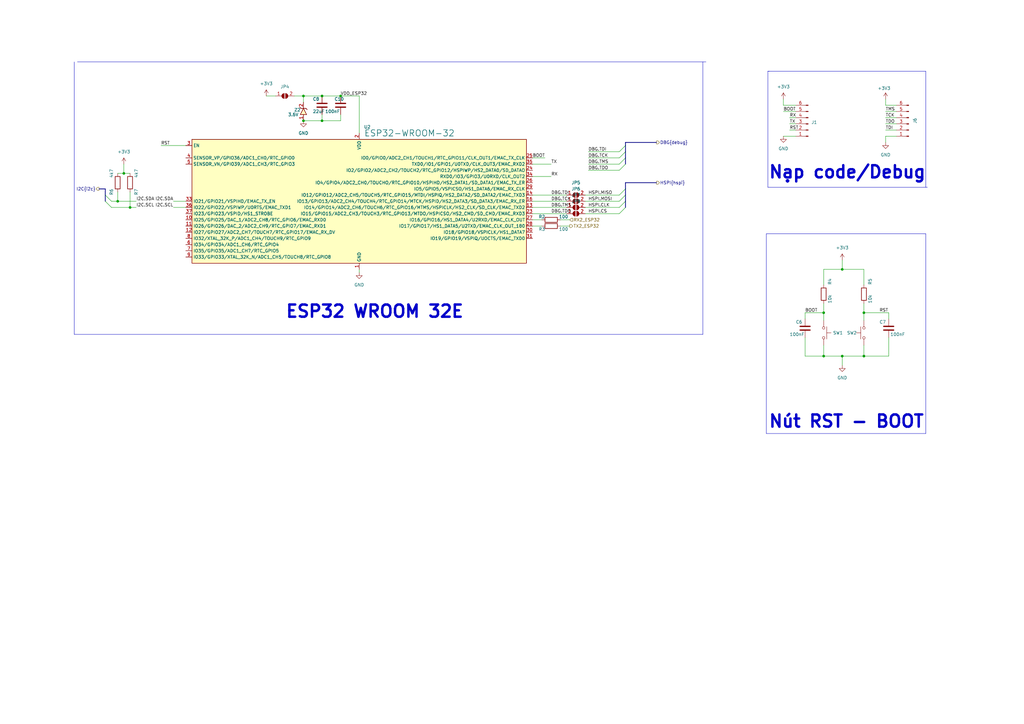
<source format=kicad_sch>
(kicad_sch (version 20230121) (generator eeschema)
  (paper "A3")
  (lib_symbols
    (symbol "Connector:Conn_01x06_Male" (pin_names (offset 1.016) hide)
      (property "Reference" "J" (at 0 7.62 0))
      (property "Value" "Conn_01x06_Male" (at 0 -10.16 0))
      (symbol "Conn_01x06_Male_1_1"
        (polyline (pts (xy 1.27 -7.62) (xy 0.8636 -7.62)) (stroke (width 0.1524)))
        (polyline (pts (xy 1.27 -5.08) (xy 0.8636 -5.08)) (stroke (width 0.1524)))
        (polyline (pts (xy 1.27 -2.54) (xy 0.8636 -2.54)) (stroke (width 0.1524)))
        (polyline (pts (xy 1.27 0) (xy 0.8636 0)) (stroke (width 0.1524)))
        (polyline (pts (xy 1.27 2.54) (xy 0.8636 2.54)) (stroke (width 0.1524)))
        (polyline (pts (xy 1.27 5.08) (xy 0.8636 5.08)) (stroke (width 0.1524)))
        (rectangle (start 0.8636 -7.493) (end 0 -7.747) (stroke (width 0.1524)) (fill (type outline)))
        (rectangle (start 0.8636 -4.953) (end 0 -5.207) (stroke (width 0.1524)) (fill (type outline)))
        (rectangle (start 0.8636 -2.413) (end 0 -2.667) (stroke (width 0.1524)) (fill (type outline)))
        (rectangle (start 0.8636 0.127) (end 0 -0.127) (stroke (width 0.1524)) (fill (type outline)))
        (rectangle (start 0.8636 2.667) (end 0 2.413) (stroke (width 0.1524)) (fill (type outline)))
        (rectangle (start 0.8636 5.207) (end 0 4.953) (stroke (width 0.1524)) (fill (type outline)))
        (pin passive line (at 5.08 5.08 180) (length 3.81) (name "Pin_1") (number "1"))
        (pin passive line (at 5.08 2.54 180) (length 3.81) (name "Pin_2") (number "2"))
        (pin passive line (at 5.08 0 180) (length 3.81) (name "Pin_3") (number "3"))
        (pin passive line (at 5.08 -2.54 180) (length 3.81) (name "Pin_4") (number "4"))
        (pin passive line (at 5.08 -5.08 180) (length 3.81) (name "Pin_5") (number "5"))
        (pin passive line (at 5.08 -7.62 180) (length 3.81) (name "Pin_6") (number "6"))
      )
    )
    (symbol "Device:C" (pin_numbers hide) (pin_names (offset 0.254))
      (property "Reference" "C" (at 0.635 2.54 0))
      (property "Value" "C" (at 0.635 -2.54 0))
      (symbol "C_0_1"
        (polyline (pts (xy -2.032 -0.762) (xy 2.032 -0.762)) (stroke (width 0.508)))
        (polyline (pts (xy -2.032 0.762) (xy 2.032 0.762)) (stroke (width 0.508)))
      )
      (symbol "C_1_1"
        (pin passive line (at 0 3.81 270) (length 2.794) (name "~") (number "1"))
        (pin passive line (at 0 -3.81 90) (length 2.794) (name "~") (number "2"))
      )
    )
    (symbol "Device:R" (pin_numbers hide) (pin_names (offset 0))
      (property "Reference" "R" (at 2.032 0 90))
      (property "Value" "R" (at 0 0 90))
      (symbol "R_0_1"
        (rectangle (start -1.016 -2.54) (end 1.016 2.54) (stroke (width 0.254)))
      )
      (symbol "R_1_1"
        (pin passive line (at 0 3.81 270) (length 1.27) (name "~") (number "1"))
        (pin passive line (at 0 -3.81 90) (length 1.27) (name "~") (number "2"))
      )
    )
    (symbol "IVS_SYMBOLS:D_Zener"
      (property "Reference" "Z" (at 0 3.81 0))
      (property "Value" "D_Zener" (at 0 -3.302 0))
      (symbol "D_Zener_0_1"
        (polyline (pts (xy 0 -1.016) (xy -0.508 -1.524)) (stroke (width 0.254)))
        (polyline (pts (xy 0 1.016) (xy 0 -1.016)) (stroke (width 0.254)))
        (polyline (pts (xy 0 1.016) (xy 0.508 1.524)) (stroke (width 0.254)))
        (polyline (pts (xy 2.54 1.27) (xy 2.54 -1.27) (xy 0 0) (xy 2.54 1.27)) (stroke (width 0.254)) (fill (type background)))
      )
      (symbol "D_Zener_1_1"
        (pin passive line (at 5.08 0 180) (length 2.54) (name "") (number "1"))
        (pin passive line (at -2.54 0 0) (length 2.54) (name "") (number "2"))
      )
    )
    (symbol "IVS_SYMBOLS:ESP32-WROOM-32"
      (property "Reference" "U" (at -68.58 36.83 0))
      (property "Value" "ESP32-WROOM-32" (at 31.75 38.1 0))
      (symbol "ESP32-WROOM-32_0_1"
        (rectangle (start -68.58 35.56) (end 68.58 -15.24) (stroke (width 0.254)) (fill (type background)))
      )
      (symbol "ESP32-WROOM-32_1_1"
        (pin power_in line (at 0 -17.78 90) (length 2.54) (name "GND") (number "1"))
        (pin bidirectional line (at -71.12 2.54 0) (length 2.54) (name "IO25/GPIO25/DAC_1/ADC2_CH8/RTC_GPIO6/EMAC_RXD0") (number "10"))
        (pin bidirectional line (at -71.12 0 0) (length 2.54) (name "IO26/GPIO26/DAC_2/ADC2_CH9/RTC_GPIO7/EMAC_RXD1") (number "11"))
        (pin bidirectional line (at -71.12 -2.54 0) (length 2.54) (name "IO27/GPIO27/ADC2_CH7/TOUCH7/RTC_GPIO17/EMAC_RX_DV") (number "12"))
        (pin bidirectional line (at 71.12 7.62 180) (length 2.54) (name "IO14/GPIO14/ADC2_CH6/TOUCH6/RTC_GPIO16/MTMS/HSPICLK/HS2_CLK/SD_CLK/EMAC_TXD2") (number "13"))
        (pin bidirectional line (at 71.12 12.7 180) (length 2.54) (name "IO12/GPIO12/ADC2_CH5/TOUCH5/RTC_GPIO15/MTDI/HSPIQ/HS2_DATA2/SD_DATA2/EMAC_TXD3") (number "14"))
        (pin passive line (at 0 -17.78 90) (length 2.54) hide (name "GND") (number "15"))
        (pin bidirectional line (at 71.12 10.16 180) (length 2.54) (name "IO13/GPIO13/ADC2_CH4/TOUCH4/RTC_GPIO14/MTCK/HSPID/HS2_DATA3/SD_DATA3/EMAC_RX_ER") (number "16"))
        (pin power_in line (at 0 38.1 270) (length 2.54) (name "VDD") (number "2"))
        (pin bidirectional line (at 71.12 5.08 180) (length 2.54) (name "IO15/GPIO15/ADC2_CH3/TOUCH3/RTC_GPIO13/MTDO/HSPICSO/HS2_CMD/SD_CMD/EMAC_RXD3") (number "23"))
        (pin bidirectional line (at 71.12 22.86 180) (length 2.54) (name "IO2/GPIO2/ADC2_CH2/TOUCH2/RTC_GPIO12/HSPIWP/HS2_DATA0/SD_DATAO") (number "24"))
        (pin bidirectional line (at 71.12 27.94 180) (length 2.54) (name "IO0/GPIO0/ADC2_CH1/TOUCH1/RTC_GPIO11/CLK_OUT1/EMAC_TX_CLK") (number "25"))
        (pin bidirectional line (at 71.12 17.78 180) (length 2.54) (name "IO4/GPIO4/ADC2_CH0/TOUCHO/RTC_GPIO10/HSPIHD/HS2_DATA1/SD_DATA1/EMAC_TX_ER") (number "26"))
        (pin bidirectional line (at 71.12 2.54 180) (length 2.54) (name "IO16/GPIO16/HS1_DATA4/U2RXD/EMAC_CLK_OUT") (number "27"))
        (pin bidirectional line (at 71.12 0 180) (length 2.54) (name "IO17/GPIO17/HS1_DATA5/U2TXD/EMAC_CLK_OUT_180") (number "28"))
        (pin bidirectional line (at 71.12 15.24 180) (length 2.54) (name "IO5/GPIO5/VSPICSO/HS1_DATA6/EMAC_RX_CLK") (number "29"))
        (pin input line (at -71.12 33.02 0) (length 2.54) (name "EN") (number "3"))
        (pin bidirectional line (at 71.12 -2.54 180) (length 2.54) (name "IO18/GPIO18/VSPICLK/HS1_DATA7") (number "30"))
        (pin bidirectional line (at 71.12 -5.08 180) (length 2.54) (name "IO19/GPIO19/VSPIQ/UOCTS/EMAC_TXD0") (number "31"))
        (pin no_connect line (at -71.12 -20.32 0) (length 2.54) hide (name "NC") (number "32"))
        (pin bidirectional line (at -71.12 10.16 0) (length 2.54) (name "IO21/GPIO21/VSPIHD/EMAC_TX_EN") (number "33"))
        (pin bidirectional line (at 71.12 20.32 180) (length 2.54) (name "RXD0/IO3/GPIO3/U0RXD/CLK_OUT2") (number "34"))
        (pin bidirectional line (at 71.12 25.4 180) (length 2.54) (name "TXD0/IO1/GPIO1/U0TXD/CLK_OUT3/EMAC_RXD2") (number "35"))
        (pin bidirectional line (at -71.12 7.62 0) (length 2.54) (name "IO22/GPIO22/VSPIWP/U0RTS/EMAC_TXD1") (number "36"))
        (pin bidirectional line (at -71.12 5.08 0) (length 2.54) (name "IO23/GPIO23/VSPID/HS1_STROBE") (number "37"))
        (pin passive line (at 0 -17.78 90) (length 2.54) hide (name "GND") (number "38"))
        (pin passive line (at 0 -17.78 90) (length 2.54) hide (name "GND") (number "39"))
        (pin input line (at -71.12 27.94 0) (length 2.54) (name "SENSOR_VP/GPIO36/ADC1_CH0/RTC_GPIO0") (number "4"))
        (pin input line (at -71.12 25.4 0) (length 2.54) (name "SENSOR_VN/GPIO39/ADC1_CH3/RTC_GPIO3") (number "5"))
        (pin input line (at -71.12 -7.62 0) (length 2.54) (name "IO34/GPIO34/ADC1_CH6/RTC_GPIO4") (number "6"))
        (pin input line (at -71.12 -10.16 0) (length 2.54) (name "IO35/GPIO35/ADC1_CH7/RTC_GPIO5") (number "7"))
        (pin bidirectional line (at -71.12 -5.08 0) (length 2.54) (name "IO32/XTAL_32K_P/ADC1_CH4/TOUCH9/RTC_GPIO9") (number "8"))
        (pin bidirectional line (at -71.12 -12.7 0) (length 2.54) (name "IO33/GPIO33/XTAL_32K_N/ADC1_CH5/TOUCH8/RTC_GPIO8") (number "9"))
      )
    )
    (symbol "Jumper:SolderJumper_2_Open" (pin_names (offset 0) hide)
      (property "Reference" "JP" (at 0 2.032 0))
      (property "Value" "SolderJumper_2_Open" (at 0 -2.54 0))
      (symbol "SolderJumper_2_Open_0_1"
        (arc (start -0.254 1.016) (mid -1.2656 0) (end -0.254 -1.016))
        (arc (start -0.254 1.016) (mid -1.2656 0) (end -0.254 -1.016) (fill (type outline)))
        (polyline (pts (xy -0.254 1.016) (xy -0.254 -1.016)))
        (polyline (pts (xy 0.254 1.016) (xy 0.254 -1.016)))
        (arc (start 0.254 -1.016) (mid 1.2656 0) (end 0.254 1.016))
        (arc (start 0.254 -1.016) (mid 1.2656 0) (end 0.254 1.016) (fill (type outline)))
      )
      (symbol "SolderJumper_2_Open_1_1"
        (pin passive line (at -3.81 0 0) (length 2.54) (name "A") (number "1"))
        (pin passive line (at 3.81 0 180) (length 2.54) (name "B") (number "2"))
      )
    )
    (symbol "Switch:SW_Push" (pin_numbers hide) (pin_names (offset 1.016) hide)
      (property "Reference" "SW" (at 1.27 2.54 0))
      (property "Value" "SW_Push" (at 0 -1.524 0))
      (symbol "SW_Push_0_1"
        (circle (center -2.032 0) (radius 0.508))
        (polyline (pts (xy 0 1.27) (xy 0 3.048)))
        (polyline (pts (xy 2.54 1.27) (xy -2.54 1.27)))
        (circle (center 2.032 0) (radius 0.508))
        (pin passive line (at -5.08 0 0) (length 2.54) (name "1") (number "1"))
        (pin passive line (at 5.08 0 180) (length 2.54) (name "2") (number "2"))
      )
    )
    (symbol "power:+3V3" (power) (pin_names (offset 0))
      (property "Value" "+3V3" (at 0 3.556 0))
      (symbol "+3V3_0_1"
        (polyline (pts (xy -0.762 1.27) (xy 0 2.54)))
        (polyline (pts (xy 0 0) (xy 0 2.54)))
        (polyline (pts (xy 0 2.54) (xy 0.762 1.27)))
      )
      (symbol "+3V3_1_1"
        (pin power_in line (at 0 0 90) (length 0) hide (name "+3V3") (number "1"))
      )
    )
    (symbol "power:GND" (power) (pin_names (offset 0))
      (property "Value" "GND" (at 0 -3.81 0))
      (symbol "GND_0_1"
        (polyline (pts (xy 0 0) (xy 0 -1.27) (xy 1.27 -1.27) (xy 0 -2.54) (xy -1.27 -1.27) (xy 0 -1.27)))
      )
      (symbol "GND_1_1"
        (pin power_in line (at 0 0 270) (length 0) hide (name "GND") (number "1"))
      )
    )
  )
  (bus_alias "I2C" (members "SCL" "SDA"))
  (bus_alias "ESP_SPI" (members "CS0" "CLK" "MOSI" "MISO"))
  (bus_alias "button" (members "s1" "s2" "s3" "s4"))
  (bus_alias "UART" (members "TX" "RX"))
  (junction (at 50.8 71.12))
  (junction (at 337.82 146.05))
  (junction (at 48.26 82.55))
  (junction (at 354.33 128.27))
  (junction (at 124.46 39.37))
  (junction (at 53.34 85.09))
  (junction (at 132.08 49.53))
  (junction (at 337.82 128.27))
  (junction (at 139.7 39.37))
  (junction (at 124.46 49.53))
  (junction (at 132.08 39.37))
  (junction (at 345.44 146.05))
  (junction (at 345.44 110.49))
  (junction (at 354.33 146.05))
  (bus_entry (at 254 64.77) (size 2.54 -2.54))
  (bus_entry (at 45.72 85.09) (size -2.54 -2.54))
  (bus_entry (at 254 80.01) (size 2.54 -2.54))
  (bus_entry (at 254 62.23) (size 2.54 -2.54))
  (bus_entry (at 254 85.09) (size 2.54 -2.54))
  (bus_entry (at 254 69.85) (size 2.54 -2.54))
  (bus_entry (at 254 67.31) (size 2.54 -2.54))
  (bus_entry (at 254 87.63) (size 2.54 -2.54))
  (bus_entry (at 45.72 82.55) (size -2.54 -2.54))
  (bus_entry (at 254 82.55) (size 2.54 -2.54))
  (polyline (pts (xy 288.29 25.4) (xy 288.29 137.16)))
  (wire (pts (xy 120.65 39.37) (xy 124.46 39.37)))
  (wire (pts (xy 109.22 39.37) (xy 113.03 39.37)))
  (wire (pts (xy 218.44 87.63) (xy 232.41 87.63)))
  (bus (pts (xy 40.64 77.47) (xy 43.18 77.47)))
  (wire (pts (xy 132.08 46.99) (xy 132.08 49.53)))
  (bus (pts (xy 43.18 82.55) (xy 43.18 80.01)))
  (wire (pts (xy 229.87 90.17) (xy 233.68 90.17)))
  (wire (pts (xy 363.22 48.26) (xy 367.665 48.26)))
  (polyline (pts (xy 30.48 137.16) (xy 288.29 137.16)))
  (polyline (pts (xy 289.56 25.4) (xy 31.75 25.4)))
  (wire (pts (xy 45.72 85.09) (xy 53.34 85.09)))
  (wire (pts (xy 241.3 64.77) (xy 254 64.77)))
  (wire (pts (xy 330.2 138.43) (xy 330.2 146.05)))
  (wire (pts (xy 53.34 85.09) (xy 55.88 85.09)))
  (wire (pts (xy 330.2 128.27) (xy 330.2 130.81)))
  (wire (pts (xy 354.33 146.05) (xy 364.49 146.05)))
  (wire (pts (xy 367.665 45.72) (xy 363.22 45.72)))
  (wire (pts (xy 50.8 71.12) (xy 53.34 71.12)))
  (wire (pts (xy 48.26 71.12) (xy 50.8 71.12)))
  (wire (pts (xy 240.03 85.09) (xy 254 85.09)))
  (polyline (pts (xy 314.325 95.885) (xy 314.325 177.8)))
  (wire (pts (xy 364.49 130.81) (xy 364.49 128.27)))
  (wire (pts (xy 139.7 39.37) (xy 132.08 39.37)))
  (bus (pts (xy 256.54 77.47) (xy 256.54 74.93)))
  (wire (pts (xy 226.06 72.39) (xy 218.44 72.39)))
  (bus (pts (xy 256.54 74.93) (xy 269.24 74.93)))
  (wire (pts (xy 354.33 110.49) (xy 345.44 110.49)))
  (wire (pts (xy 330.2 146.05) (xy 337.82 146.05)))
  (wire (pts (xy 321.31 43.18) (xy 326.39 43.18)))
  (polyline (pts (xy 379.73 95.885) (xy 379.73 177.8)))
  (wire (pts (xy 45.72 82.55) (xy 48.26 82.55)))
  (wire (pts (xy 337.82 128.27) (xy 337.82 131.445)))
  (wire (pts (xy 364.49 138.43) (xy 364.49 146.05)))
  (wire (pts (xy 124.46 49.53) (xy 132.08 49.53)))
  (wire (pts (xy 241.3 67.31) (xy 254 67.31)))
  (wire (pts (xy 363.22 40.64) (xy 363.22 43.18)))
  (wire (pts (xy 48.26 78.74) (xy 48.26 82.55)))
  (wire (pts (xy 241.3 69.85) (xy 254 69.85)))
  (wire (pts (xy 218.44 82.55) (xy 232.41 82.55)))
  (wire (pts (xy 240.03 87.63) (xy 254 87.63)))
  (wire (pts (xy 139.7 49.53) (xy 139.7 46.99)))
  (wire (pts (xy 147.32 39.37) (xy 147.32 54.61)))
  (polyline (pts (xy 314.325 177.8) (xy 379.73 177.8)))
  (wire (pts (xy 226.06 67.31) (xy 218.44 67.31)))
  (wire (pts (xy 321.31 40.64) (xy 321.31 43.18)))
  (wire (pts (xy 326.39 53.34) (xy 323.85 53.34)))
  (wire (pts (xy 326.39 48.26) (xy 323.85 48.26)))
  (bus (pts (xy 256.54 80.01) (xy 256.54 77.47)))
  (bus (pts (xy 256.54 59.69) (xy 256.54 58.42)))
  (bus (pts (xy 43.18 80.01) (xy 43.18 77.47)))
  (wire (pts (xy 363.22 55.88) (xy 363.22 58.42)))
  (wire (pts (xy 132.08 49.53) (xy 139.7 49.53)))
  (wire (pts (xy 345.44 106.68) (xy 345.44 110.49)))
  (wire (pts (xy 345.44 146.05) (xy 354.33 146.05)))
  (bus (pts (xy 256.54 64.77) (xy 256.54 62.23)))
  (wire (pts (xy 326.39 55.88) (xy 321.31 55.88)))
  (polyline (pts (xy 314.96 29.21) (xy 314.96 76.835)))
  (polyline (pts (xy 380.365 76.835) (xy 314.96 76.835)))
  (wire (pts (xy 354.33 128.27) (xy 354.33 131.445)))
  (wire (pts (xy 218.44 85.09) (xy 232.41 85.09)))
  (polyline (pts (xy 314.96 29.21) (xy 315.595 29.21)))
  (wire (pts (xy 354.33 141.605) (xy 354.33 146.05)))
  (wire (pts (xy 147.32 110.49) (xy 147.32 111.76)))
  (wire (pts (xy 71.12 82.55) (xy 76.2 82.55)))
  (wire (pts (xy 337.82 124.46) (xy 337.82 128.27)))
  (wire (pts (xy 337.82 141.605) (xy 337.82 146.05)))
  (wire (pts (xy 363.22 53.34) (xy 367.665 53.34)))
  (wire (pts (xy 124.46 41.91) (xy 124.46 39.37)))
  (wire (pts (xy 330.2 128.27) (xy 337.82 128.27)))
  (wire (pts (xy 240.03 80.01) (xy 254 80.01)))
  (wire (pts (xy 139.7 39.37) (xy 147.32 39.37)))
  (polyline (pts (xy 314.325 95.885) (xy 379.73 95.885)))
  (bus (pts (xy 256.54 82.55) (xy 256.54 80.01)))
  (wire (pts (xy 218.44 80.01) (xy 232.41 80.01)))
  (polyline (pts (xy 379.73 29.21) (xy 379.73 76.835)))
  (wire (pts (xy 367.665 43.18) (xy 363.22 43.18)))
  (wire (pts (xy 223.52 64.77) (xy 218.44 64.77)))
  (wire (pts (xy 50.8 67.31) (xy 50.8 71.12)))
  (polyline (pts (xy 30.48 25.4) (xy 30.48 137.16)))
  (wire (pts (xy 354.33 116.84) (xy 354.33 110.49)))
  (wire (pts (xy 240.03 82.55) (xy 254 82.55)))
  (wire (pts (xy 326.39 45.72) (xy 321.31 45.72)))
  (wire (pts (xy 363.22 55.88) (xy 367.665 55.88)))
  (wire (pts (xy 71.12 85.09) (xy 76.2 85.09)))
  (wire (pts (xy 53.34 78.74) (xy 53.34 85.09)))
  (wire (pts (xy 354.33 128.27) (xy 364.49 128.27)))
  (wire (pts (xy 354.33 124.46) (xy 354.33 128.27)))
  (wire (pts (xy 48.26 82.55) (xy 55.88 82.55)))
  (wire (pts (xy 218.44 90.17) (xy 222.25 90.17)))
  (wire (pts (xy 241.3 62.23) (xy 254 62.23)))
  (polyline (pts (xy 314.96 29.21) (xy 379.73 29.21)))
  (wire (pts (xy 337.82 146.05) (xy 345.44 146.05)))
  (wire (pts (xy 218.44 92.71) (xy 222.25 92.71)))
  (bus (pts (xy 256.54 62.23) (xy 256.54 59.69)))
  (wire (pts (xy 229.87 92.71) (xy 233.68 92.71)))
  (bus (pts (xy 256.54 58.42) (xy 269.24 58.42)))
  (wire (pts (xy 345.44 110.49) (xy 337.82 110.49)))
  (wire (pts (xy 337.82 116.84) (xy 337.82 110.49)))
  (wire (pts (xy 326.39 50.8) (xy 323.85 50.8)))
  (wire (pts (xy 124.46 39.37) (xy 132.08 39.37)))
  (bus (pts (xy 256.54 85.09) (xy 256.54 82.55)))
  (wire (pts (xy 363.22 50.8) (xy 367.665 50.8)))
  (wire (pts (xy 345.44 146.05) (xy 345.44 149.86)))
  (bus (pts (xy 256.54 67.31) (xy 256.54 64.77)))
  (wire (pts (xy 66.04 59.69) (xy 76.2 59.69)))
  (text "ESP32 WROOM 32E" (at 116.84 130.81 0) (effects (font (size 5 5) (thickness 1) bold) (justify left bottom)))
  (text "Nạp code/Debug" (at 314.96 73.66 0) (effects (font (size 5 5) (thickness 1) bold) (justify left bottom)))
  (text "Nút RST - BOOT" (at 314.96 175.895 0) (effects (font (size 5 5) bold) (justify left bottom)))
  (label "DBG.TDI" (at 241.3 62.23 0))
  (label "I2C.SCL" (at 55.88 85.09 0))
  (label "DBG.TMS" (at 241.3 67.31 0))
  (label "DBG.TDI" (at 226.06 80.01 0))
  (label "RST" (at 323.85 53.34 0))
  (label "VDD_ESP32" (at 139.7 39.37 0))
  (label "TCK" (at 363.22 48.26 0))
  (label "TDO" (at 363.22 50.8 0))
  (label "DBG.TDO" (at 241.3 69.85 0))
  (label "RX" (at 226.06 72.39 0))
  (label "TDI" (at 363.22 53.34 0))
  (label "I2C.SDA" (at 71.12 82.55 180))
  (label "TMS" (at 363.22 45.72 0))
  (label "I2C.SDA" (at 55.88 82.55 0))
  (label "BOOT" (at 330.2 128.27 0))
  (label "HSPI.CS" (at 241.3 87.63 0))
  (label "DBG.TCK" (at 241.3 64.77 0))
  (label "TX" (at 323.85 50.8 0))
  (label "HSPI.MISO" (at 241.3 80.01 0))
  (label "DBG.TCK" (at 226.06 82.55 0))
  (label "TX" (at 226.06 67.31 0))
  (label "I2C.SCL" (at 71.12 85.09 180))
  (label "RST" (at 360.68 128.27 0))
  (label "BOOT" (at 321.31 45.72 0))
  (label "HSPI.CLK" (at 241.3 85.09 0))
  (label "DBG.TMS" (at 226.06 85.09 0))
  (label "HSPI.MOSI" (at 241.3 82.55 0))
  (label "BOOT" (at 223.52 64.77 180))
  (label "DBG.TDO" (at 226.06 87.63 0))
  (label "RX" (at 323.85 48.26 0))
  (label "RST" (at 66.04 59.69 0))
  (hierarchical_label "DBG{debug}" (shape output) (at 269.24 58.42 0))
  (hierarchical_label "RX2_ESP32" (shape input) (at 233.68 90.17 0))
  (hierarchical_label "I2C{i2c}" (shape output) (at 40.64 77.47 180))
  (hierarchical_label "TX2_ESP32" (shape output) (at 233.68 92.71 0))
  (hierarchical_label "HSPI{hspi}" (shape output) (at 269.24 74.93 0))
  (symbol (lib_id "Device:C") (at 139.7 43.18 0) (unit 1)
    (property "Reference" "C10" (at 137.16 40.64 0) (effects (justify left)))
    (property "Value" "100nF" (at 133.35 45.72 0) (effects (justify left)))
    (property "Footprint" "IVS_FOOTPRINTS:C0603" (effects hide))
  )
  (symbol (lib_id "Jumper:SolderJumper_2_Open") (at 116.84 39.37 0) (unit 1) (in_bom no)
    (property "Reference" "JP4" (at 116.84 35.56 0))
    (property "Value" " " (effects hide))
    (property "Footprint" "Jumper:SolderJumper-2_P1.3mm_Open_RoundedPad1.0x1.5mm" (effects hide))
  )
  (symbol (lib_id "power:+3V3") (at 363.22 40.64 0) (unit 1)
    (property "Reference" "#PWR066" (effects hide))
    (property "Value" "+3V3" (at 362.585 36.195 0))
  )
  (symbol (lib_id "Device:C") (at 330.2 134.62 0) (unit 1)
    (property "Reference" "C6" (at 326.39 132.08 0) (effects (justify left)))
    (property "Value" "100nF" (at 323.85 137.16 0) (effects (justify left)))
    (property "Footprint" "IVS_FOOTPRINTS:C0603" (effects hide))
  )
  (symbol (lib_id "power:GND") (at 345.44 149.86 0) (unit 1)
    (property "Reference" "#PWR07" (effects hide))
    (property "Value" "GND" (at 345.44 154.94 0))
  )
  (symbol (lib_id "power:+3V3") (at 345.44 106.68 0) (unit 1)
    (property "Reference" "#PWR06" (effects hide))
    (property "Value" "+3V3" (at 345.44 101.6 0))
  )
  (symbol (lib_id "Device:R") (at 48.26 74.93 180) (unit 1)
    (property "Reference" "R6" (at 45.72 78.74 90))
    (property "Value" "4k7" (at 45.72 71.12 90))
    (property "Footprint" "IVS_FOOTPRINTS:R0603" (effects hide))
  )
  (symbol (lib_id "Device:C") (at 364.49 134.62 0) (unit 1)
    (property "Reference" "C7" (at 360.68 132.08 0) (effects (justify left)))
    (property "Value" "100nF" (at 365.125 137.16 0) (effects (justify left)))
    (property "Footprint" "IVS_FOOTPRINTS:C0603" (effects hide))
  )
  (symbol (lib_id "IVS_SYMBOLS:ESP32-WROOM-32") (at 147.32 92.71 0) (unit 1)
    (property "Reference" "U2" (at 149.2759 52.07 0) (effects (justify left)))
    (property "Value" "ESP32-WROOM-32" (at 149.2759 54.61 0) (effects (font (size 2.54 2.54)) (justify left)))
    (property "Footprint" "RF_Module:ESP32-WROOM-32" (effects hide))
    (property "Datasheet" "https://www.espressif.com/sites/default/files/documentation/esp32-wroom-32_datasheet_en.pdf" (effects hide))
  )
  (symbol (lib_id "power:+3V3") (at 321.31 40.64 0) (unit 1)
    (property "Reference" "#PWR05" (effects hide))
    (property "Value" "+3V3" (at 321.31 35.56 0))
  )
  (symbol (lib_id "Device:R") (at 354.33 120.65 0) (unit 1)
    (property "Reference" "R5" (at 356.87 116.84 90) (effects (justify left)))
    (property "Value" "10k" (at 356.87 124.46 90) (effects (justify left)))
    (property "Footprint" "IVS_FOOTPRINTS:R0603" (effects hide))
  )
  (symbol (lib_id "Jumper:SolderJumper_2_Open") (at 236.22 87.63 0) (unit 1) (in_bom no)
    (property "Reference" "JP8" (at 236.22 82.55 0))
    (property "Value" "SolderJumper_2_Open" (effects hide))
  )
  (symbol (lib_id "Switch:SW_Push") (at 337.82 136.525 270) (unit 1)
    (property "Reference" "SW1" (at 341.63 136.5249 90) (effects (justify left)))
    (property "Value" "SW_Push" (effects hide))
    (property "Footprint" "IVS_FOOTPRINTS:SW_SPST_PTS810" (effects hide))
  )
  (symbol (lib_id "power:+3V3") (at 50.8 67.31 0) (unit 1)
    (property "Reference" "#PWR011" (effects hide))
    (property "Value" "+3V3" (at 50.8 62.23 0))
  )
  (symbol (lib_id "Device:C") (at 132.08 43.18 0) (unit 1)
    (property "Reference" "C8" (at 128.27 40.64 0) (effects (justify left)))
    (property "Value" "22uF" (at 128.27 45.72 0) (effects (justify left)))
    (property "Footprint" "IVS_FOOTPRINTS:C0603" (effects hide))
  )
  (symbol (lib_id "power:+3V3") (at 109.22 39.37 0) (unit 1)
    (property "Reference" "#PWR04" (effects hide))
    (property "Value" "+3V3" (at 109.22 34.29 0))
  )
  (symbol (lib_id "power:GND") (at 363.22 58.42 0) (unit 1)
    (property "Reference" "#PWR086" (effects hide))
    (property "Value" "GND" (at 363.22 63.5 0))
  )
  (symbol (lib_id "Device:R") (at 337.82 120.65 0) (unit 1)
    (property "Reference" "R4" (at 340.36 116.84 90) (effects (justify left)))
    (property "Value" "10k" (at 340.36 124.46 90) (effects (justify left)))
    (property "Footprint" "IVS_FOOTPRINTS:R0603" (effects hide))
  )
  (symbol (lib_id "Jumper:SolderJumper_2_Open") (at 236.22 85.09 0) (unit 1) (in_bom no)
    (property "Reference" "JP7" (at 236.22 80.01 0))
    (property "Value" "SolderJumper_2_Open" (effects hide))
  )
  (symbol (lib_id "Jumper:SolderJumper_2_Open") (at 236.22 82.55 0) (unit 1) (in_bom no)
    (property "Reference" "JP6" (at 236.22 77.47 0))
    (property "Value" "SolderJumper_2_Open" (effects hide))
  )
  (symbol (lib_id "Connector:Conn_01x06_Male") (at 331.47 50.8 180) (unit 1)
    (property "Reference" "J1" (at 332.74 50.165 0) (effects (justify right)))
    (property "Value" "Conn_01x05_Male" (effects hide))
    (property "Footprint" "Connector_PinHeader_2.54mm:PinHeader_1x06_P2.54mm_Vertical" (effects hide))
  )
  (symbol (lib_id "Device:R") (at 226.06 90.17 90) (unit 1)
    (property "Reference" "R2" (at 222.25 88.9 90))
    (property "Value" "100" (at 231.14 88.9 90))
    (property "Footprint" "IVS_FOOTPRINTS:R0603" (effects hide))
  )
  (symbol (lib_id "power:GND") (at 124.46 49.53 0) (unit 1)
    (property "Reference" "#PWR09" (effects hide))
    (property "Value" "GND" (at 124.46 54.61 0))
  )
  (symbol (lib_id "Connector:Conn_01x06_Male") (at 372.745 50.8 180) (unit 1)
    (property "Reference" "J6" (at 375.285 49.53 90))
    (property "Value" "Conn_01x05_Male" (effects hide))
    (property "Footprint" "Connector_PinHeader_2.54mm:PinHeader_1x06_P2.54mm_Vertical" (effects hide))
  )
  (symbol (lib_id "power:GND") (at 147.32 111.76 0) (unit 1)
    (property "Reference" "#PWR010" (effects hide))
    (property "Value" "GND" (at 147.32 116.84 0))
  )
  (symbol (lib_id "Device:R") (at 53.34 74.93 180) (unit 1)
    (property "Reference" "R7" (at 55.88 78.74 90))
    (property "Value" "4k7" (at 55.88 71.12 90))
    (property "Footprint" "IVS_FOOTPRINTS:R0603" (effects hide))
  )
  (symbol (lib_id "Switch:SW_Push") (at 354.33 136.525 90) (unit 1)
    (property "Reference" "SW2" (at 347.345 136.525 90) (effects (justify right)))
    (property "Value" "SW_Push" (effects hide))
    (property "Footprint" "IVS_FOOTPRINTS:SW_SPST_PTS810" (effects hide))
  )
  (symbol (lib_id "power:GND") (at 321.31 55.88 0) (unit 1)
    (property "Reference" "#PWR08" (effects hide))
    (property "Value" "GND" (at 321.31 60.96 0))
  )
  (symbol (lib_id "Jumper:SolderJumper_2_Open") (at 236.22 80.01 0) (unit 1) (in_bom no)
    (property "Reference" "JP5" (at 236.22 74.93 0))
    (property "Value" "SolderJumper_2_Open" (effects hide))
  )
  (symbol (lib_id "Device:R") (at 226.06 92.71 90) (unit 1)
    (property "Reference" "R3" (at 222.25 93.98 90))
    (property "Value" "100" (at 231.14 93.98 90))
    (property "Footprint" "IVS_FOOTPRINTS:R0603" (effects hide))
  )
  (symbol (lib_id "IVS_SYMBOLS:D_Zener") (at 124.46 44.45 270) (unit 1)
    (property "Reference" "Z2" (at 120.65 45.085 90) (effects (justify left)))
    (property "Value" "3.6V" (at 118.11 46.99 90) (effects (justify left)))
    (property "Footprint" "IVS_FOOTPRINTS:D_MiniMELF" (effects hide))
  )
)
</source>
